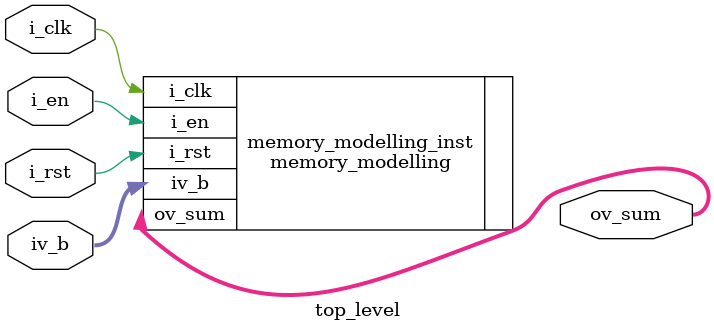
<source format=v>
module top_level
#(
    parameter DATA_WIDTH = 16,
    parameter RAM_DEPTH = 8
)(
    input wire i_clk,
    input wire i_rst,
    input wire i_en,
    input wire [DATA_WIDTH-1:0] iv_b,
    output wire [DATA_WIDTH-1:0] ov_sum
);

    memory_modelling
    #(
        .DATA_WIDTH(DATA_WIDTH),
        .RAM_DEPTH(RAM_DEPTH)
    ) memory_modelling_inst (
        .i_clk(i_clk),
        .i_rst(i_rst),
        .i_en(i_en),
        .iv_b(iv_b),
        .ov_sum(ov_sum)
    );

endmodule

</source>
